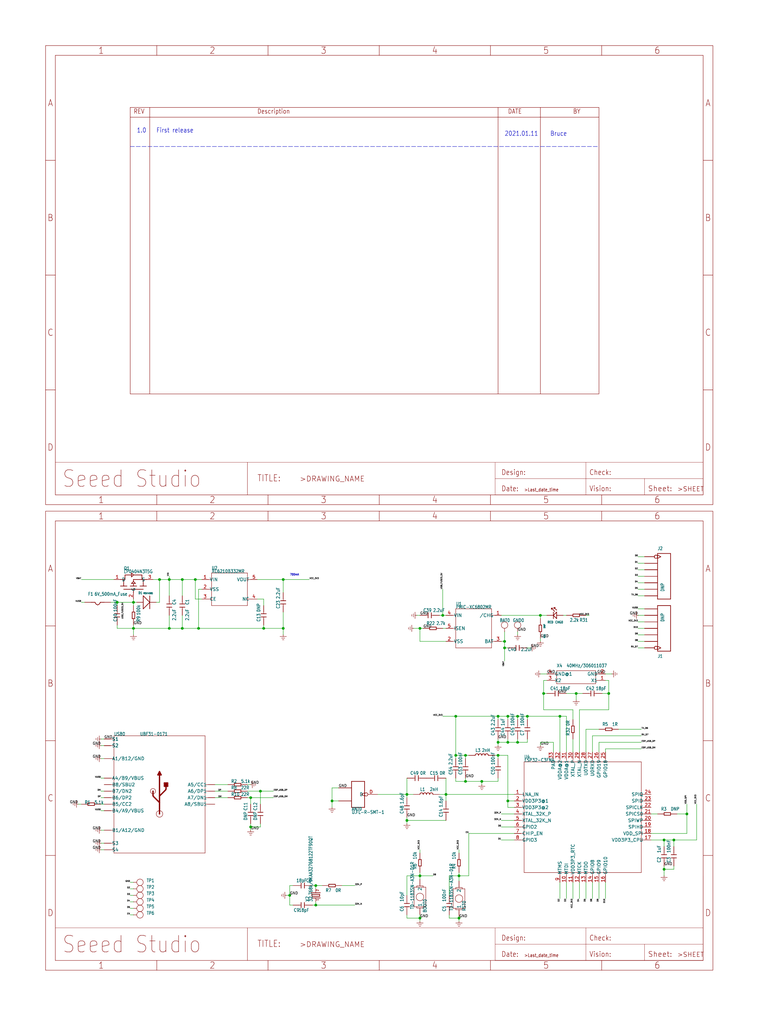
<source format=kicad_sch>
(kicad_sch (version 20211123) (generator eeschema)
  (paper "User" 298.45 399.491)
  (junction (at 163.83 245.11))
  (junction (at 196.85 250.19))
  (junction (at 158.75 309.88))
  (junction (at 102.87 245.11))
  (junction (at 177.8 294.64))
  (junction (at 129.54 312.42))
  (junction (at 163.83 358.14))
  (junction (at 205.74 279.4))
  (junction (at 52.07 245.11))
  (junction (at 101.6 308.61))
  (junction (at 123.19 345.44))
  (junction (at 196.85 252.73))
  (junction (at 177.8 279.4))
  (junction (at 187.96 304.8))
  (junction (at 110.49 226.06))
  (junction (at 97.79 311.15))
  (junction (at 158.75 320.04))
  (junction (at 210.82 240.03))
  (junction (at 181.61 294.64))
  (junction (at 66.04 245.11))
  (junction (at 198.12 289.56))
  (junction (at 97.79 322.58))
  (junction (at 172.72 240.03))
  (junction (at 198.12 279.4))
  (junction (at 194.31 294.64))
  (junction (at 179.07 358.14))
  (junction (at 259.08 327.66))
  (junction (at 224.79 270.51))
  (junction (at 71.12 226.06))
  (junction (at 71.12 245.11))
  (junction (at 179.07 341.63))
  (junction (at 181.61 304.8))
  (junction (at 77.47 245.11))
  (junction (at 267.97 317.5))
  (junction (at 113.03 349.25))
  (junction (at 62.23 226.06))
  (junction (at 52.07 234.95))
  (junction (at 212.09 270.51))
  (junction (at 123.19 353.06))
  (junction (at 76.2 226.06))
  (junction (at 194.31 279.4))
  (junction (at 173.99 309.88))
  (junction (at 66.04 226.06))
  (junction (at 259.08 339.09))
  (junction (at 163.83 341.63))
  (junction (at 201.93 279.4))
  (junction (at 45.72 234.95))
  (junction (at 194.31 289.56))
  (junction (at 237.49 270.51))
  (junction (at 218.44 279.4))
  (junction (at 262.89 327.66))
  (junction (at 198.12 312.42))
  (junction (at 201.93 289.56))
  (junction (at 110.49 245.11))
  (wire (pts (xy 102.87 243.84) (xy 102.87 245.11)))
  (wire (pts (xy 187.96 306.07) (xy 187.96 304.8)))
  (wire (pts (xy 158.75 356.87) (xy 158.75 358.14)))
  (wire (pts (xy 200.66 312.42) (xy 198.12 312.42)))
  (wire (pts (xy 182.88 325.12) (xy 182.88 341.63)))
  (wire (pts (xy 78.74 233.68) (xy 76.2 233.68)))
  (wire (pts (xy 39.37 331.47) (xy 40.64 331.47)))
  (wire (pts (xy 259.08 339.09) (xy 262.89 339.09)))
  (wire (pts (xy 198.12 280.67) (xy 198.12 279.4)))
  (wire (pts (xy 228.6 240.03) (xy 229.87 240.03)))
  (wire (pts (xy 259.08 339.09) (xy 259.08 341.63)))
  (wire (pts (xy 200.66 317.5) (xy 195.58 317.5)))
  (wire (pts (xy 66.04 226.06) (xy 71.12 226.06)))
  (wire (pts (xy 113.03 349.25) (xy 113.03 345.44)))
  (wire (pts (xy 248.92 245.11) (xy 251.46 245.11)))
  (wire (pts (xy 110.49 245.11) (xy 110.49 238.76)))
  (wire (pts (xy 259.08 330.2) (xy 259.08 327.66)))
  (wire (pts (xy 248.92 237.49) (xy 251.46 237.49)))
  (wire (pts (xy 200.66 320.04) (xy 195.58 320.04)))
  (wire (pts (xy 194.31 290.83) (xy 194.31 289.56)))
  (wire (pts (xy 237.49 270.51) (xy 237.49 265.43)))
  (wire (pts (xy 114.3 353.06) (xy 113.03 353.06)))
  (wire (pts (xy 259.08 327.66) (xy 262.89 327.66)))
  (wire (pts (xy 97.79 313.69) (xy 97.79 311.15)))
  (wire (pts (xy 182.88 341.63) (xy 179.07 341.63)))
  (wire (pts (xy 121.92 345.44) (xy 123.19 345.44)))
  (wire (pts (xy 173.99 309.88) (xy 171.45 309.88)))
  (wire (pts (xy 201.93 289.56) (xy 205.74 289.56)))
  (wire (pts (xy 220.98 279.4) (xy 218.44 279.4)))
  (wire (pts (xy 226.06 276.86) (xy 237.49 276.86)))
  (wire (pts (xy 175.26 349.25) (xy 175.26 341.63)))
  (wire (pts (xy 175.26 341.63) (xy 179.07 341.63)))
  (wire (pts (xy 201.93 279.4) (xy 198.12 279.4)))
  (wire (pts (xy 262.89 330.2) (xy 262.89 327.66)))
  (wire (pts (xy 198.12 312.42) (xy 198.12 314.96)))
  (wire (pts (xy 210.82 289.56) (xy 215.9 289.56)))
  (wire (pts (xy 223.52 288.29) (xy 223.52 293.37)))
  (wire (pts (xy 158.75 358.14) (xy 163.83 358.14)))
  (wire (pts (xy 179.07 358.14) (xy 179.07 359.41)))
  (wire (pts (xy 173.99 240.03) (xy 172.72 240.03)))
  (wire (pts (xy 40.64 316.23) (xy 39.37 316.23)))
  (wire (pts (xy 177.8 304.8) (xy 181.61 304.8)))
  (wire (pts (xy 205.74 280.67) (xy 205.74 279.4)))
  (wire (pts (xy 233.68 289.56) (xy 250.19 289.56)))
  (wire (pts (xy 254 325.12) (xy 267.97 325.12)))
  (wire (pts (xy 66.04 232.41) (xy 66.04 226.06)))
  (wire (pts (xy 78.74 226.06) (xy 76.2 226.06)))
  (wire (pts (xy 236.22 344.17) (xy 236.22 350.52)))
  (wire (pts (xy 177.8 294.64) (xy 177.8 279.4)))
  (wire (pts (xy 271.78 327.66) (xy 271.78 313.69)))
  (polyline (pts (xy 50.8 57.15) (xy 233.68 57.15)))
  (wire (pts (xy 200.66 322.58) (xy 195.58 322.58)))
  (wire (pts (xy 267.97 317.5) (xy 267.97 313.69)))
  (wire (pts (xy 88.9 306.07) (xy 83.82 306.07)))
  (wire (pts (xy 66.04 245.11) (xy 66.04 240.03)))
  (wire (pts (xy 96.52 311.15) (xy 97.79 311.15)))
  (wire (pts (xy 236.22 292.1) (xy 250.19 292.1)))
  (wire (pts (xy 262.89 327.66) (xy 271.78 327.66)))
  (wire (pts (xy 201.93 246.38) (xy 201.93 247.65)))
  (wire (pts (xy 40.64 313.69) (xy 39.37 313.69)))
  (wire (pts (xy 228.6 284.48) (xy 233.68 284.48)))
  (wire (pts (xy 194.31 304.8) (xy 194.31 303.53)))
  (wire (pts (xy 52.07 243.84) (xy 52.07 245.11)))
  (wire (pts (xy 228.6 293.37) (xy 228.6 284.48)))
  (wire (pts (xy 248.92 224.79) (xy 251.46 224.79)))
  (wire (pts (xy 248.92 229.87) (xy 251.46 229.87)))
  (wire (pts (xy 248.92 227.33) (xy 251.46 227.33)))
  (wire (pts (xy 254 317.5) (xy 256.54 317.5)))
  (wire (pts (xy 196.85 250.19) (xy 196.85 246.38)))
  (wire (pts (xy 236.22 293.37) (xy 236.22 292.1)))
  (wire (pts (xy 52.07 245.11) (xy 45.72 245.11)))
  (wire (pts (xy 195.58 240.03) (xy 210.82 240.03)))
  (wire (pts (xy 181.61 294.64) (xy 177.8 294.64)))
  (wire (pts (xy 52.07 354.33) (xy 50.8 354.33)))
  (wire (pts (xy 123.19 353.06) (xy 138.43 353.06)))
  (wire (pts (xy 59.69 226.06) (xy 62.23 226.06)))
  (wire (pts (xy 53.34 234.95) (xy 52.07 234.95)))
  (wire (pts (xy 194.31 280.67) (xy 194.31 279.4)))
  (wire (pts (xy 83.82 308.61) (xy 88.9 308.61)))
  (wire (pts (xy 39.37 295.91) (xy 40.64 295.91)))
  (wire (pts (xy 248.92 222.25) (xy 251.46 222.25)))
  (wire (pts (xy 254 327.66) (xy 259.08 327.66)))
  (wire (pts (xy 97.79 323.85) (xy 97.79 322.58)))
  (wire (pts (xy 177.8 295.91) (xy 177.8 294.64)))
  (wire (pts (xy 248.92 252.73) (xy 251.46 252.73)))
  (wire (pts (xy 179.07 357.378) (xy 179.07 358.14)))
  (wire (pts (xy 76.2 233.68) (xy 76.2 226.06)))
  (wire (pts (xy 215.9 293.37) (xy 215.9 289.56)))
  (wire (pts (xy 201.93 288.29) (xy 201.93 289.56)))
  (wire (pts (xy 194.31 289.56) (xy 198.12 289.56)))
  (wire (pts (xy 194.31 288.29) (xy 194.31 289.56)))
  (wire (pts (xy 110.49 226.06) (xy 120.65 226.06)))
  (wire (pts (xy 39.37 323.85) (xy 40.64 323.85)))
  (wire (pts (xy 158.75 320.04) (xy 173.99 320.04)))
  (wire (pts (xy 172.72 245.11) (xy 173.99 245.11)))
  (wire (pts (xy 163.83 358.14) (xy 163.83 359.41)))
  (wire (pts (xy 123.19 345.44) (xy 125.73 345.44)))
  (wire (pts (xy 213.36 240.03) (xy 210.82 240.03)))
  (wire (pts (xy 102.87 233.68) (xy 102.87 236.22)))
  (wire (pts (xy 163.83 250.19) (xy 163.83 245.11)))
  (wire (pts (xy 236.22 262.89) (xy 238.76 262.89)))
  (wire (pts (xy 231.14 344.17) (xy 231.14 350.52)))
  (wire (pts (xy 71.12 245.11) (xy 66.04 245.11)))
  (wire (pts (xy 110.49 247.65) (xy 110.49 245.11)))
  (wire (pts (xy 45.72 245.11) (xy 45.72 243.84)))
  (wire (pts (xy 52.07 234.95) (xy 45.72 234.95)))
  (wire (pts (xy 97.79 322.58) (xy 97.79 321.31)))
  (wire (pts (xy 218.44 293.37) (xy 218.44 279.4)))
  (wire (pts (xy 110.49 231.14) (xy 110.49 226.06)))
  (wire (pts (xy 218.44 279.4) (xy 205.74 279.4)))
  (wire (pts (xy 78.74 229.87) (xy 77.47 229.87)))
  (wire (pts (xy 158.75 303.53) (xy 158.75 309.88)))
  (wire (pts (xy 210.82 240.03) (xy 210.82 241.3)))
  (wire (pts (xy 52.07 234.95) (xy 52.07 236.22)))
  (wire (pts (xy 71.12 226.06) (xy 76.2 226.06)))
  (wire (pts (xy 210.82 290.83) (xy 210.82 289.56)))
  (wire (pts (xy 138.43 345.44) (xy 133.35 345.44)))
  (wire (pts (xy 205.74 279.4) (xy 201.93 279.4)))
  (wire (pts (xy 241.3 284.48) (xy 250.19 284.48)))
  (wire (pts (xy 201.93 280.67) (xy 201.93 279.4)))
  (wire (pts (xy 158.75 311.15) (xy 158.75 309.88)))
  (wire (pts (xy 198.12 314.96) (xy 200.66 314.96)))
  (wire (pts (xy 173.99 250.19) (xy 163.83 250.19)))
  (wire (pts (xy 205.74 289.56) (xy 205.74 288.29)))
  (wire (pts (xy 224.79 270.51) (xy 224.79 273.05)))
  (wire (pts (xy 123.19 351.79) (xy 123.19 353.06)))
  (wire (pts (xy 198.12 289.56) (xy 198.12 288.29)))
  (wire (pts (xy 60.96 234.95) (xy 62.23 234.95)))
  (wire (pts (xy 179.07 343.662) (xy 179.07 341.63)))
  (wire (pts (xy 181.61 295.91) (xy 181.61 294.64)))
  (wire (pts (xy 113.03 345.44) (xy 114.3 345.44)))
  (wire (pts (xy 44.45 226.06) (xy 31.75 226.06)))
  (wire (pts (xy 45.72 234.95) (xy 43.18 234.95)))
  (wire (pts (xy 52.07 233.68) (xy 52.07 234.95)))
  (wire (pts (xy 248.92 219.71) (xy 251.46 219.71)))
  (wire (pts (xy 52.07 344.17) (xy 50.8 344.17)))
  (wire (pts (xy 40.64 303.53) (xy 39.37 303.53)))
  (wire (pts (xy 52.07 245.11) (xy 52.07 247.65)))
  (wire (pts (xy 52.07 351.79) (xy 50.8 351.79)))
  (wire (pts (xy 198.12 294.64) (xy 194.31 294.64)))
  (wire (pts (xy 196.85 252.73) (xy 196.85 250.19)))
  (wire (pts (xy 113.03 349.25) (xy 111.76 349.25)))
  (wire (pts (xy 158.75 320.04) (xy 158.75 321.31)))
  (wire (pts (xy 231.14 293.37) (xy 231.14 287.02)))
  (wire (pts (xy 97.79 311.15) (xy 106.68 311.15)))
  (wire (pts (xy 97.79 322.58) (xy 101.6 322.58)))
  (wire (pts (xy 40.64 308.61) (xy 39.37 308.61)))
  (wire (pts (xy 177.8 303.53) (xy 177.8 304.8)))
  (wire (pts (xy 198.12 279.4) (xy 194.31 279.4)))
  (wire (pts (xy 158.75 309.88) (xy 161.29 309.88)))
  (wire (pts (xy 198.12 312.42) (xy 198.12 294.64)))
  (wire (pts (xy 267.97 325.12) (xy 267.97 317.5)))
  (wire (pts (xy 132.08 312.42) (xy 129.54 312.42)))
  (wire (pts (xy 248.92 247.65) (xy 251.46 247.65)))
  (wire (pts (xy 175.26 356.87) (xy 175.26 358.14)))
  (wire (pts (xy 213.36 270.51) (xy 212.09 270.51)))
  (wire (pts (xy 248.92 250.19) (xy 251.46 250.19)))
  (wire (pts (xy 123.19 346.71) (xy 123.19 345.44)))
  (wire (pts (xy 52.07 245.11) (xy 66.04 245.11)))
  (wire (pts (xy 163.83 341.63) (xy 163.83 340.36)))
  (wire (pts (xy 33.02 234.95) (xy 31.75 234.95)))
  (wire (pts (xy 110.49 245.11) (xy 102.87 245.11)))
  (wire (pts (xy 163.83 341.63) (xy 158.75 341.63)))
  (wire (pts (xy 207.01 252.73) (xy 205.74 252.73)))
  (wire (pts (xy 237.49 265.43) (xy 236.22 265.43)))
  (wire (pts (xy 179.07 332.74) (xy 179.07 331.47)))
  (wire (pts (xy 100.33 226.06) (xy 110.49 226.06)))
  (wire (pts (xy 158.75 318.77) (xy 158.75 320.04)))
  (wire (pts (xy 177.8 279.4) (xy 172.72 279.4)))
  (wire (pts (xy 52.07 346.71) (xy 50.8 346.71)))
  (wire (pts (xy 194.31 294.64) (xy 193.04 294.64)))
  (wire (pts (xy 30.48 313.69) (xy 31.75 313.69)))
  (wire (pts (xy 158.75 341.63) (xy 158.75 349.25)))
  (wire (pts (xy 220.98 344.17) (xy 220.98 350.52)))
  (wire (pts (xy 121.92 353.06) (xy 123.19 353.06)))
  (wire (pts (xy 248.92 240.03) (xy 251.46 240.03)))
  (wire (pts (xy 220.98 293.37) (xy 220.98 279.4)))
  (wire (pts (xy 233.68 293.37) (xy 233.68 289.56)))
  (wire (pts (xy 200.66 309.88) (xy 173.99 309.88)))
  (wire (pts (xy 97.79 306.07) (xy 96.52 306.07)))
  (wire (pts (xy 213.36 265.43) (xy 212.09 265.43)))
  (wire (pts (xy 226.06 350.52) (xy 226.06 344.17)))
  (wire (pts (xy 163.83 332.74) (xy 163.83 331.47)))
  (wire (pts (xy 226.06 293.37) (xy 226.06 276.86)))
  (wire (pts (xy 223.52 280.67) (xy 223.52 276.86)))
  (wire (pts (xy 228.6 344.17) (xy 228.6 350.52)))
  (wire (pts (xy 71.12 240.03) (xy 71.12 245.11)))
  (wire (pts (xy 147.32 309.88) (xy 158.75 309.88)))
  (wire (pts (xy 163.83 356.743) (xy 163.83 358.14)))
  (wire (pts (xy 187.96 304.8) (xy 194.31 304.8)))
  (wire (pts (xy 96.52 308.61) (xy 101.6 308.61)))
  (wire (pts (xy 163.83 343.027) (xy 163.83 341.63)))
  (wire (pts (xy 101.6 308.61) (xy 106.68 308.61)))
  (wire (pts (xy 171.45 240.03) (xy 172.72 240.03)))
  (wire (pts (xy 198.12 252.73) (xy 196.85 252.73)))
  (wire (pts (xy 259.08 337.82) (xy 259.08 339.09)))
  (wire (pts (xy 195.58 250.19) (xy 196.85 250.19)))
  (wire (pts (xy 165.1 245.11) (xy 163.83 245.11)))
  (wire (pts (xy 224.79 270.51) (xy 227.33 270.51)))
  (wire (pts (xy 210.82 248.92) (xy 210.82 250.19)))
  (wire (pts (xy 113.03 353.06) (xy 113.03 349.25)))
  (wire (pts (xy 200.66 327.66) (xy 195.58 327.66)))
  (wire (pts (xy 182.88 294.64) (xy 181.61 294.64)))
  (wire (pts (xy 237.49 276.86) (xy 237.49 270.51)))
  (wire (pts (xy 212.09 276.86) (xy 223.52 276.86)))
  (wire (pts (xy 233.68 344.17) (xy 233.68 350.52)))
  (wire (pts (xy 218.44 344.17) (xy 218.44 350.52)))
  (wire (pts (xy 173.99 312.42) (xy 173.99 309.88)))
  (wire (pts (xy 101.6 322.58) (xy 101.6 321.31)))
  (wire (pts (xy 212.09 270.51) (xy 212.09 276.86)))
  (wire (pts (xy 248.92 232.41) (xy 251.46 232.41)))
  (wire (pts (xy 181.61 304.8) (xy 187.96 304.8)))
  (wire (pts (xy 194.31 279.4) (xy 177.8 279.4)))
  (wire (pts (xy 264.16 317.5) (xy 267.97 317.5)))
  (wire (pts (xy 40.64 311.15) (xy 39.37 311.15)))
  (wire (pts (xy 129.54 312.42) (xy 129.54 314.96)))
  (wire (pts (xy 223.52 344.17) (xy 223.52 350.52)))
  (wire (pts (xy 248.92 242.57) (xy 251.46 242.57)))
  (wire (pts (xy 83.82 311.15) (xy 88.9 311.15)))
  (wire (pts (xy 213.36 262.89) (xy 210.82 262.89)))
  (wire (pts (xy 173.99 303.53) (xy 173.99 309.88)))
  (wire (pts (xy 163.83 245.11) (xy 161.29 245.11)))
  (wire (pts (xy 175.26 358.14) (xy 179.07 358.14)))
  (wire (pts (xy 248.92 217.17) (xy 251.46 217.17)))
  (wire (pts (xy 102.87 245.11) (xy 77.47 245.11)))
  (wire (pts (xy 172.72 229.87) (xy 172.72 240.03)))
  (wire (pts (xy 219.71 240.03) (xy 220.98 240.03)))
  (wire (pts (xy 262.89 339.09) (xy 262.89 337.82)))
  (wire (pts (xy 200.66 325.12) (xy 182.88 325.12)))
  (wire (pts (xy 62.23 234.95) (xy 62.23 226.06)))
  (wire (pts (xy 71.12 245.11) (xy 77.47 245.11)))
  (wire (pts (xy 100.33 233.68) (xy 102.87 233.68)))
  (wire (pts (xy 201.93 289.56) (xy 198.12 289.56)))
  (wire (pts (xy 163.83 341.63) (xy 168.91 341.63)))
  (wire (pts (xy 181.61 303.53) (xy 181.61 304.8)))
  (wire (pts (xy 231.14 287.02) (xy 250.19 287.02)))
  (wire (pts (xy 234.95 270.51) (xy 237.49 270.51)))
  (wire (pts (xy 52.07 356.87) (xy 50.8 356.87)))
  (wire (pts (xy 196.85 252.73) (xy 196.85 257.81)))
  (wire (pts (xy 39.37 328.93) (xy 40.64 328.93)))
  (wire (pts (xy 77.47 229.87) (xy 77.47 245.11)))
  (wire (pts (xy 129.54 307.34) (xy 129.54 312.42)))
  (wire (pts (xy 194.31 295.91) (xy 194.31 294.64)))
  (wire (pts (xy 212.09 265.43) (xy 212.09 270.51)))
  (wire (pts (xy 39.37 290.83) (xy 40.64 290.83)))
  (wire (pts (xy 52.07 349.25) (xy 50.8 349.25)))
  (wire (pts (xy 40.64 288.29) (xy 39.37 288.29)))
  (wire (pts (xy 45.72 236.22) (xy 45.72 234.95)))
  (wire (pts (xy 220.98 270.51) (xy 224.79 270.51)))
  (wire (pts (xy 163.83 240.03) (xy 162.56 240.03)))
  (wire (pts (xy 62.23 226.06) (xy 66.04 226.06)))
  (wire (pts (xy 132.08 307.34) (xy 129.54 307.34)))
  (wire (pts (xy 179.07 341.63) (xy 179.07 340.36)))
  (wire (pts (xy 66.04 226.06) (xy 66.04 224.79)))
  (wire (pts (xy 71.12 232.41) (xy 71.12 226.06)))
  (wire (pts (xy 101.6 313.69) (xy 101.6 308.61)))
  (text "2021.01.11" (at 196.85 53.34 180) (effects (font (size 1.778 1.5113)) (justify left bottom)))
  (text "700mA" (at 113.03 224.79 180) (effects (font (size 0.8128 0.6908)) (justify left bottom)))
  (text "Bruce" (at 214.63 53.34 180) (effects (font (size 1.778 1.5113)) (justify left bottom)))
  (text "First release" (at 60.96 52.07 180) (effects (font (size 1.778 1.5113)) (justify left bottom)))
  (text "1.0" (at 53.34 52.07 180) (effects (font (size 1.778 1.5113)) (justify left bottom)))
  (label "VCC_3V3" (at 120.65 226.06 0) (effects (font (size 0.569 0.569))))
  (label "GND" (at 194.31 288.29 0) (effects (font (size 1.016 1.016))))
  (label "GND" (at 158.75 318.77 0) (effects (font (size 1.016 1.016))))
  (label "GND" (at 113.03 349.25 0) (effects (font (size 1.016 1.016))))
  (label "USB_FUSED_5V" (at 48.26 234.95 270) (effects (font (size 0.569 0.569))))
  (label "GND" (at 52.07 243.84 0) (effects (font (size 1.016 1.016))))
  (label "GND" (at 165.1 245.11 0) (effects (font (size 1.016 1.016))))
  (label "D3" (at 220.98 350.52 270) (effects (font (size 0.569 0.569))))
  (label "D2" (at 50.8 346.71 180) (effects (font (size 0.569 0.569))))
  (label "D10" (at 248.92 245.11 180) (effects (font (size 0.569 0.569))))
  (label "D0" (at 195.58 322.58 180) (effects (font (size 0.569 0.569))))
  (label "D5" (at 50.8 354.33 180) (effects (font (size 0.569 0.569))))
  (label "TX_D6" (at 248.92 232.41 180) (effects (font (size 0.569 0.569))))
  (label "GND" (at 201.93 246.38 0) (effects (font (size 1.016 1.016))))
  (label "VIN" (at 66.04 224.79 90) (effects (font (size 0.569 0.569))))
  (label "VCC_3V3" (at 179.07 331.47 90) (effects (font (size 0.569 0.569))))
  (label "RX_D7" (at 248.92 252.73 180) (effects (font (size 0.569 0.569))))
  (label "D0" (at 248.92 217.17 180) (effects (font (size 0.569 0.569))))
  (label "GND" (at 248.92 240.03 180) (effects (font (size 1.016 1.016))))
  (label "GND" (at 236.22 262.89 180) (effects (font (size 1.016 1.016))))
  (label "D5" (at 228.6 350.52 270) (effects (font (size 0.569 0.569))))
  (label "D9" (at 248.92 247.65 180) (effects (font (size 0.569 0.569))))
  (label "VCC_3V3" (at 163.83 331.47 90) (effects (font (size 0.569 0.569))))
  (label "DM" (at 85.09 311.15 0) (effects (font (size 0.569 0.569))))
  (label "GND" (at 39.37 295.91 180) (effects (font (size 1.016 1.016))))
  (label "RX_D7" (at 250.19 287.02 0) (effects (font (size 0.569 0.569))))
  (label "ESP_USB_DP" (at 250.19 289.56 0) (effects (font (size 0.569 0.569))))
  (label "D4" (at 50.8 351.79 180) (effects (font (size 0.569 0.569))))
  (label "D3" (at 50.8 349.25 180) (effects (font (size 0.569 0.569))))
  (label "GND" (at 39.37 331.47 180) (effects (font (size 1.016 1.016))))
  (label "GND" (at 259.08 337.82 0) (effects (font (size 1.016 1.016))))
  (label "VCC_3V3" (at 229.87 240.03 180) (effects (font (size 0.569 0.569))))
  (label "EN" (at 50.8 356.87 180) (effects (font (size 0.569 0.569))))
  (label "GND" (at 220.98 270.51 180) (effects (font (size 1.016 1.016))))
  (label "GND" (at 213.36 262.89 0) (effects (font (size 1.016 1.016))))
  (label "D9" (at 233.68 350.52 270) (effects (font (size 0.569 0.569))))
  (label "EN" (at 182.88 325.12 180) (effects (font (size 0.569 0.569))))
  (label "TX_D6" (at 250.19 284.48 0) (effects (font (size 0.569 0.569))))
  (label "D2" (at 218.44 350.52 270) (effects (font (size 0.569 0.569))))
  (label "32K_P" (at 195.58 317.5 180) (effects (font (size 0.569 0.569))))
  (label "GND" (at 210.82 248.92 0) (effects (font (size 1.016 1.016))))
  (label "VBAT" (at 196.85 257.81 270) (effects (font (size 0.569 0.569))))
  (label "VDD_SPI" (at 267.97 313.69 90) (effects (font (size 0.569 0.569))))
  (label "VUSB" (at 248.92 237.49 180) (effects (font (size 0.569 0.569))))
  (label "VBAT" (at 31.75 226.06 180) (effects (font (size 0.569 0.569))))
  (label "VCC_3V3" (at 271.78 313.69 90) (effects (font (size 0.569 0.569))))
  (label "GND" (at 39.37 290.83 180) (effects (font (size 1.016 1.016))))
  (label "GND" (at 179.07 358.14 0) (effects (font (size 1.016 1.016))))
  (label "GND" (at 97.79 323.85 0) (effects (font (size 1.016 1.016))))
  (label "VUSB" (at 31.75 234.95 180) (effects (font (size 0.569 0.569))))
  (label "GND" (at 30.48 313.69 180) (effects (font (size 1.016 1.016))))
  (label "GND" (at 210.82 290.83 0) (effects (font (size 1.016 1.016))))
  (label "VUSB" (at 39.37 316.23 180) (effects (font (size 0.569 0.569))))
  (label "DP" (at 85.09 308.61 0) (effects (font (size 0.569 0.569))))
  (label "GND" (at 181.61 303.53 0) (effects (font (size 1.016 1.016))))
  (label "GND" (at 163.83 358.14 0) (effects (font (size 1.016 1.016))))
  (label "D9" (at 168.91 341.63 0) (effects (font (size 0.569 0.569))))
  (label "GND" (at 40.64 288.29 0) (effects (font (size 1.016 1.016))))
  (label "D1" (at 248.92 219.71 180) (effects (font (size 0.569 0.569))))
  (label "DP" (at 39.37 311.15 180) (effects (font (size 0.569 0.569))))
  (label "GND" (at 39.37 328.93 180) (effects (font (size 1.016 1.016))))
  (label "D8" (at 231.14 350.52 270) (effects (font (size 0.569 0.569))))
  (label "32K_N" (at 195.58 320.04 180) (effects (font (size 0.569 0.569))))
  (label "GND" (at 207.01 252.73 0) (effects (font (size 1.016 1.016))))
  (label "VUSB" (at 39.37 303.53 180) (effects (font (size 0.569 0.569))))
  (label "D4" (at 226.06 350.52 270) (effects (font (size 0.569 0.569))))
  (label "VCC_3V3" (at 172.72 279.4 180) (effects (font (size 0.569 0.569))))
  (label "VCC_3V3" (at 248.92 242.57 180) (effects (font (size 0.569 0.569))))
  (label "ESP_USB_DP" (at 106.68 308.61 0) (effects (font (size 0.569 0.569))))
  (label "GND" (at 163.83 240.03 0) (effects (font (size 1.016 1.016))))
  (label "D4" (at 248.92 227.33 180) (effects (font (size 0.569 0.569))))
  (label "D3" (at 248.92 224.79 180) (effects (font (size 0.569 0.569))))
  (label "DM" (at 39.37 308.61 180) (effects (font (size 0.569 0.569))))
  (label "GND" (at 39.37 323.85 180) (effects (font (size 1.016 1.016))))
  (label "GND" (at 132.08 307.34 0) (effects (font (size 1.016 1.016))))
  (label "D1" (at 195.58 327.66 180) (effects (font (size 0.569 0.569))))
  (label "VCC_3V3" (at 223.52 350.52 270) (effects (font (size 0.569 0.569))))
  (label "ESP_USB_DM" (at 250.19 292.1 0) (effects (font (size 0.569 0.569))))
  (label "32K_N" (at 138.43 353.06 0) (effects (font (size 0.569 0.569))))
  (label "ESP_USB_DM" (at 106.68 311.15 0) (effects (font (size 0.569 0.569))))
  (label "D2" (at 248.92 222.25 180) (effects (font (size 0.569 0.569))))
  (label "GND" (at 97.79 306.07 0) (effects (font (size 1.016 1.016))))
  (label "USB_FUSED_5V" (at 172.72 229.87 90) (effects (font (size 0.569 0.569))))
  (label "D10" (at 236.22 350.52 270) (effects (font (size 0.569 0.569))))
  (label "D5" (at 248.92 229.87 180) (effects (font (size 0.569 0.569))))
  (label "32K_P" (at 138.43 345.44 0) (effects (font (size 0.569 0.569))))
  (label "D8" (at 248.92 250.19 180) (effects (font (size 0.569 0.569))))
  (label "GND" (at 50.8 344.17 180) (effects (font (size 0.569 0.569))))
  (symbol (lib_id "xiao_esp32c3_schematic-eagle-import:CAP-0201") (at 205.74 284.48 90) (unit 1)
    (property "Reference" "C7" (at 204.47 287.02 0) (effects (font (size 1.27 1.0795)) (justify left bottom)))
    (property "Value" "100nF" (at 204.47 283.21 0) (effects (font (size 1.27 1.0795)) (justify left bottom)))
    (property "Footprint" "xiao_esp32c3_schematic:C0201" (effects hide))
  )
  (symbol (lib_id "xiao_esp32c3_schematic-eagle-import:TEST-POINT'4545'") (at 54.61 351.79 0) (unit 1)
    (property "Reference" "TP4" (at 57.15 351.79 0) (effects (font (size 1.27 1.0795)) (justify left bottom)))
    (property "Value" "DNP" (effects hide))
    (property "Footprint" "xiao_esp32c3_schematic:TP-D45MIL" (effects hide))
  )
  (symbol (lib_id "xiao_esp32c3_schematic-eagle-import:INDUCTOR-0201") (at 187.96 294.64 0) (unit 1)
    (property "Reference" "L3" (at 185.42 293.37 0) (effects (font (size 1.27 1.0795)) (justify left bottom)))
    (property "Value" "2nH" (at 187.96 293.37 0) (effects (font (size 1.27 1.0795)) (justify left bottom)))
    (property "Footprint" "xiao_esp32c3_schematic:L0201" (effects hide))
  )
  (symbol (lib_id "xiao_esp32c3_schematic-eagle-import:MCU-ESP32-C3") (at 227.33 318.77 0) (unit 1)
    (property "Reference" "U4" (at 204.47 295.91 0) (effects (font (size 1.27 1.0795)) (justify left bottom)))
    (property "Value" "ESP32-C3FN4" (at 204.47 297.18 0) (effects (font (size 1.27 1.0795)) (justify left bottom)))
    (property "Footprint" "xiao_esp32c3_schematic:QFN32G-0.5-5X5MM" (effects hide))
  )
  (symbol (lib_id "xiao_esp32c3_schematic-eagle-import:INDUCTOR-0201") (at 166.37 309.88 0) (unit 1)
    (property "Reference" "L1" (at 163.83 308.61 0) (effects (font (size 1.27 1.0795)) (justify left bottom)))
    (property "Value" "2nH" (at 167.64 308.61 0) (effects (font (size 1.27 1.0795)) (justify left bottom)))
    (property "Footprint" "xiao_esp32c3_schematic:L0201" (effects hide))
  )
  (symbol (lib_id "xiao_esp32c3_schematic-eagle-import:GND_POWER") (at 110.49 247.65 0) (unit 1)
    (property "Reference" "#G31" (effects hide))
    (property "Value" "GND_POWER" (effects hide))
    (property "Footprint" "xiao_esp32c3_schematic:" (effects hide))
  )
  (symbol (lib_id "xiao_esp32c3_schematic-eagle-import:CAP-0201") (at 231.14 270.51 180) (unit 1)
    (property "Reference" "C42" (at 228.6 269.24 0) (effects (font (size 1.27 1.0795)) (justify right top)))
    (property "Value" "18pF" (at 232.41 269.24 0) (effects (font (size 1.27 1.0795)) (justify right top)))
    (property "Footprint" "xiao_esp32c3_schematic:C0201" (effects hide))
  )
  (symbol (lib_id "xiao_esp32c3_schematic-eagle-import:CAP-0201") (at 66.04 236.22 270) (unit 1)
    (property "Reference" "C4" (at 67.31 233.68 0) (effects (font (size 1.27 1.0795)) (justify left bottom)))
    (property "Value" "2.2uF" (at 67.31 237.49 0) (effects (font (size 1.27 1.0795)) (justify left bottom)))
    (property "Footprint" "xiao_esp32c3_schematic:C0201" (effects hide))
  )
  (symbol (lib_id "xiao_esp32c3_schematic-eagle-import:TEST-POINT'4545'") (at 54.61 356.87 0) (unit 1)
    (property "Reference" "TP6" (at 57.15 356.87 0) (effects (font (size 1.27 1.0795)) (justify left bottom)))
    (property "Value" "DNP" (effects hide))
    (property "Footprint" "xiao_esp32c3_schematic:TP-D45MIL" (effects hide))
  )
  (symbol (lib_id "xiao_esp32c3_schematic-eagle-import:CAP-0201") (at 175.26 353.06 90) (unit 1)
    (property "Reference" "C5" (at 173.99 355.6 0) (effects (font (size 1.27 1.0795)) (justify left bottom)))
    (property "Value" "100nF" (at 173.99 351.79 0) (effects (font (size 1.27 1.0795)) (justify left bottom)))
    (property "Footprint" "xiao_esp32c3_schematic:C0201" (effects hide))
  )
  (symbol (lib_id "xiao_esp32c3_schematic-eagle-import:GND_POWER") (at 158.75 321.31 0) (unit 1)
    (property "Reference" "#G55" (effects hide))
    (property "Value" "GND_POWER" (effects hide))
    (property "Footprint" "xiao_esp32c3_schematic:" (effects hide))
  )
  (symbol (lib_id "xiao_esp32c3_schematic-eagle-import:SEEEDSTUDIO-SCH-FRAME") (at 17.78 378.46 0) (unit 1)
    (property "Reference" "#FR3" (effects hide))
    (property "Value" "SEEEDSTUDIO-SCH-FRAME" (effects hide))
    (property "Footprint" "xiao_esp32c3_schematic:" (effects hide))
  )
  (symbol (lib_id "xiao_esp32c3_schematic-eagle-import:TEST-POINT'4080'") (at 201.93 243.84 270) (mirror x) (unit 1)
    (property "Reference" "GND0" (at 200.025 241.3 90) (effects (font (size 1.27 1.0795)) (justify left bottom)))
    (property "Value" "DNP" (effects hide))
    (property "Footprint" "xiao_esp32c3_schematic:TP-80X40MIL" (effects hide))
  )
  (symbol (lib_id "xiao_esp32c3_schematic-eagle-import:BUTTON_TD1183SA") (at 163.83 349.885 90) (unit 1)
    (property "Reference" "BOOT0" (at 165.1 350.647 0) (effects (font (size 1.27 1.0795)) (justify right top)))
    (property "Value" "TD-1183SN-A3N-D1R" (at 161.544 354.711 0) (effects (font (size 1.27 1.0795)) (justify left bottom)))
    (property "Footprint" "xiao_esp32c3_schematic:BUTTON_TD1183SA" (effects hide))
  )
  (symbol (lib_id "xiao_esp32c3_schematic-eagle-import:RES-0201") (at 35.56 313.69 0) (unit 1)
    (property "Reference" "R1" (at 33.02 313.69 0) (effects (font (size 1.27 1.0795)) (justify left bottom)))
    (property "Value" "5.1k" (at 36.83 313.69 0) (effects (font (size 1.27 1.0795)) (justify left bottom)))
    (property "Footprint" "xiao_esp32c3_schematic:R0201" (effects hide))
  )
  (symbol (lib_id "xiao_esp32c3_schematic-eagle-import:RES-0201") (at 168.91 245.11 180) (unit 1)
    (property "Reference" "R22" (at 166.37 243.84 0) (effects (font (size 1.27 1.0795)) (justify right top)))
    (property "Value" "2.7k" (at 170.18 243.84 0) (effects (font (size 1.27 1.0795)) (justify right top)))
    (property "Footprint" "xiao_esp32c3_schematic:R0201" (effects hide))
  )
  (symbol (lib_id "xiao_esp32c3_schematic-eagle-import:CAP-0201") (at 97.79 317.5 90) (unit 1)
    (property "Reference" "C11" (at 96.52 316.23 0) (effects (font (size 1.27 1.0795)) (justify left bottom)))
    (property "Value" "DNP" (at 96.52 320.04 0) (effects (font (size 1.27 1.0795)) (justify left bottom)))
    (property "Footprint" "xiao_esp32c3_schematic:C0201" (effects hide))
  )
  (symbol (lib_id "xiao_esp32c3_schematic-eagle-import:RES-0201") (at 260.35 317.5 0) (unit 1)
    (property "Reference" "R3" (at 257.81 316.23 0) (effects (font (size 1.27 1.0795)) (justify left bottom)))
    (property "Value" "DNP" (at 261.62 316.23 0) (effects (font (size 1.27 1.0795)) (justify left bottom)))
    (property "Footprint" "xiao_esp32c3_schematic:R0201" (effects hide))
  )
  (symbol (lib_id "xiao_esp32c3_schematic-eagle-import:GND_POWER") (at 163.83 359.41 0) (unit 1)
    (property "Reference" "#G5" (effects hide))
    (property "Value" "GND_POWER" (effects hide))
    (property "Footprint" "xiao_esp32c3_schematic:" (effects hide))
  )
  (symbol (lib_id "xiao_esp32c3_schematic-eagle-import:CAP-0201") (at 201.93 284.48 90) (unit 1)
    (property "Reference" "C45" (at 200.66 287.02 0) (effects (font (size 1.27 1.0795)) (justify left bottom)))
    (property "Value" "100nF" (at 200.66 283.21 0) (effects (font (size 1.27 1.0795)) (justify left bottom)))
    (property "Footprint" "xiao_esp32c3_schematic:C0201" (effects hide))
  )
  (symbol (lib_id "xiao_esp32c3_schematic-eagle-import:CAP-0201") (at 173.99 316.23 90) (unit 1)
    (property "Reference" "C14" (at 172.72 318.77 0) (effects (font (size 1.27 1.0795)) (justify left bottom)))
    (property "Value" "1.6pF" (at 172.72 314.96 0) (effects (font (size 1.27 1.0795)) (justify left bottom)))
    (property "Footprint" "xiao_esp32c3_schematic:C0201" (effects hide))
  )
  (symbol (lib_id "xiao_esp32c3_schematic-eagle-import:GND_POWER") (at 39.37 328.93 270) (unit 1)
    (property "Reference" "#G29" (effects hide))
    (property "Value" "GND_POWER" (effects hide))
    (property "Footprint" "xiao_esp32c3_schematic:" (effects hide))
  )
  (symbol (lib_id "xiao_esp32c3_schematic-eagle-import:RES-0201") (at 92.71 306.07 0) (unit 1)
    (property "Reference" "R2" (at 90.17 305.435 0) (effects (font (size 1.27 1.0795)) (justify left bottom)))
    (property "Value" "5.1k" (at 93.98 305.435 0) (effects (font (size 1.27 1.0795)) (justify left bottom)))
    (property "Footprint" "xiao_esp32c3_schematic:R0201" (effects hide))
  )
  (symbol (lib_id "xiao_esp32c3_schematic-eagle-import:CRYSTAL-2P-1610") (at 123.19 349.25 90) (unit 1)
    (property "Reference" "X2" (at 120.65 351.79 0) (effects (font (size 1.27 1.0795)) (justify left bottom)))
    (property "Value" "32.768k/9KAA32768122TF90QT" (at 121.92 351.79 0) (effects (font (size 1.27 1.0795)) (justify left bottom)))
    (property "Footprint" "xiao_esp32c3_schematic:X2-SMD-1.6X1.0X0.5MM" (effects hide))
  )
  (symbol (lib_id "xiao_esp32c3_schematic-eagle-import:USB2.0-TYPE-C") (at 62.23 309.88 0) (unit 1)
    (property "Reference" "USB0" (at 44.45 287.02 0) (effects (font (size 1.27 1.0795)) (justify left bottom)))
    (property "Value" "UBF31-0171" (at 54.61 287.02 0) (effects (font (size 1.27 1.0795)) (justify left bottom)))
    (property "Footprint" "xiao_esp32c3_schematic:USB2.0-TYPE-C" (effects hide))
  )
  (symbol (lib_id "xiao_esp32c3_schematic-eagle-import:CAP-0201") (at 102.87 240.03 90) (unit 1)
    (property "Reference" "C13" (at 101.6 242.57 0) (effects (font (size 1.27 1.0795)) (justify left bottom)))
    (property "Value" "DNP" (at 101.6 238.76 0) (effects (font (size 1.27 1.0795)) (justify left bottom)))
    (property "Footprint" "xiao_esp32c3_schematic:C0201" (effects hide))
  )
  (symbol (lib_id "xiao_esp32c3_schematic-eagle-import:FUSE0603") (at 38.1 234.95 0) (unit 1)
    (property "Reference" "F1" (at 34.29 232.41 0) (effects (font (size 1.27 1.0795)) (justify left bottom)))
    (property "Value" "6V_500mA_Fuse" (at 36.83 232.41 0) (effects (font (size 1.27 1.0795)) (justify left bottom)))
    (property "Footprint" "xiao_esp32c3_schematic:F0603" (effects hide))
  )
  (symbol (lib_id "xiao_esp32c3_schematic-eagle-import:TEST-POINT'4545'") (at 54.61 346.71 0) (unit 1)
    (property "Reference" "TP2" (at 57.15 346.71 0) (effects (font (size 1.27 1.0795)) (justify left bottom)))
    (property "Value" "DNP" (effects hide))
    (property "Footprint" "xiao_esp32c3_schematic:TP-D45MIL" (effects hide))
  )
  (symbol (lib_id "xiao_esp32c3_schematic-eagle-import:ANTENNA-U-FL-320110048") (at 139.7 309.88 180) (unit 1)
    (property "Reference" "ANT0" (at 137.16 316.23 0) (effects (font (size 1.27 1.0795)) (justify right top)))
    (property "Value" "U.FL-R-SMT-1" (at 137.16 317.5 0) (effects (font (size 1.27 1.0795)) (justify right top)))
    (property "Footprint" "xiao_esp32c3_schematic:U-FL3P-SMD-2.6X2.6X1.0MM" (effects hide))
  )
  (symbol (lib_id "xiao_esp32c3_schematic-eagle-import:RES-0201") (at 129.54 345.44 180) (unit 1)
    (property "Reference" "R7" (at 127 347.98 0) (effects (font (size 1.27 1.0795)) (justify right top)))
    (property "Value" "0R" (at 130.81 347.98 0) (effects (font (size 1.27 1.0795)) (justify right top)))
    (property "Footprint" "xiao_esp32c3_schematic:R0201" (effects hide))
  )
  (symbol (lib_id "xiao_esp32c3_schematic-eagle-import:CAP-0201") (at 118.11 353.06 180) (unit 1)
    (property "Reference" "C9" (at 116.84 354.33 0) (effects (font (size 1.27 1.0795)) (justify left bottom)))
    (property "Value" "18pF" (at 120.65 354.33 0) (effects (font (size 1.27 1.0795)) (justify left bottom)))
    (property "Footprint" "xiao_esp32c3_schematic:C0201" (effects hide))
  )
  (symbol (lib_id "xiao_esp32c3_schematic-eagle-import:CAP-0201") (at 158.75 314.96 90) (unit 1)
    (property "Reference" "C48" (at 157.48 317.5 0) (effects (font (size 1.27 1.0795)) (justify left bottom)))
    (property "Value" "1.6pF" (at 157.48 313.69 0) (effects (font (size 1.27 1.0795)) (justify left bottom)))
    (property "Footprint" "xiao_esp32c3_schematic:C0201" (effects hide))
  )
  (symbol (lib_id "xiao_esp32c3_schematic-eagle-import:GND_POWER") (at 39.37 288.29 270) (unit 1)
    (property "Reference" "#G18" (effects hide))
    (property "Value" "GND_POWER" (effects hide))
    (property "Footprint" "xiao_esp32c3_schematic:" (effects hide))
  )
  (symbol (lib_id "xiao_esp32c3_schematic-eagle-import:CAP-0201") (at 177.8 299.72 90) (unit 1)
    (property "Reference" "C54" (at 176.53 302.26 0) (effects (font (size 1.27 1.0795)) (justify left bottom)))
    (property "Value" "2.2uF" (at 176.53 298.45 0) (effects (font (size 1.27 1.0795)) (justify left bottom)))
    (property "Footprint" "xiao_esp32c3_schematic:C0201" (effects hide))
  )
  (symbol (lib_id "xiao_esp32c3_schematic-eagle-import:GND_POWER") (at 161.29 245.11 270) (unit 1)
    (property "Reference" "#G46" (effects hide))
    (property "Value" "GND_POWER" (effects hide))
    (property "Footprint" "xiao_esp32c3_schematic:" (effects hide))
  )
  (symbol (lib_id "xiao_esp32c3_schematic-eagle-import:TEST-POINT'4545'") (at 54.61 354.33 0) (unit 1)
    (property "Reference" "TP5" (at 57.15 354.33 0) (effects (font (size 1.27 1.0795)) (justify left bottom)))
    (property "Value" "DNP" (effects hide))
    (property "Footprint" "xiao_esp32c3_schematic:TP-D45MIL" (effects hide))
  )
  (symbol (lib_id "xiao_esp32c3_schematic-eagle-import:CAP-0201") (at 167.64 240.03 0) (unit 1)
    (property "Reference" "C39" (at 165.1 238.76 0) (effects (font (size 1.27 1.0795)) (justify left bottom)))
    (property "Value" "2.2uF" (at 168.91 238.76 0) (effects (font (size 1.27 1.0795)) (justify left bottom)))
    (property "Footprint" "xiao_esp32c3_schematic:C0201" (effects hide))
  )
  (symbol (lib_id "xiao_esp32c3_schematic-eagle-import:GND_POWER") (at 162.56 240.03 270) (unit 1)
    (property "Reference" "#G48" (effects hide))
    (property "Value" "GND_POWER" (effects hide))
    (property "Footprint" "xiao_esp32c3_schematic:" (effects hide))
  )
  (symbol (lib_id "xiao_esp32c3_schematic-eagle-import:RES-0201") (at 52.07 240.03 270) (mirror x) (unit 1)
    (property "Reference" "R9" (at 53.34 242.57 0) (effects (font (size 1.27 1.0795)) (justify left bottom)))
    (property "Value" "100k" (at 53.34 240.03 0) (effects (font (size 1.27 1.0795)) (justify left bottom)))
    (property "Footprint" "xiao_esp32c3_schematic:R0201" (effects hide))
  )
  (symbol (lib_id "xiao_esp32c3_schematic-eagle-import:SEEEDSTUDIO-SCH-FRAME") (at 17.78 196.85 0) (unit 1)
    (property "Reference" "#FR2" (effects hide))
    (property "Value" "SEEEDSTUDIO-SCH-FRAME" (effects hide))
    (property "Footprint" "xiao_esp32c3_schematic:" (effects hide))
  )
  (symbol (lib_id "xiao_esp32c3_schematic-eagle-import:RES-0201") (at 92.71 308.61 0) (unit 1)
    (property "Reference" "R8" (at 90.17 307.975 0) (effects (font (size 1.27 1.0795)) (justify left bottom)))
    (property "Value" "22R" (at 93.98 307.975 0) (effects (font (size 1.27 1.0795)) (justify left bottom)))
    (property "Footprint" "xiao_esp32c3_schematic:R0201" (effects hide))
  )
  (symbol (lib_id "xiao_esp32c3_schematic-eagle-import:SEEDSTUDIO-SCH-MODLIST") (at 50.8 41.91 0) (unit 1)
    (property "Reference" "#U$4" (effects hide))
    (property "Value" "SEEDSTUDIO-SCH-MODLIST" (effects hide))
    (property "Footprint" "xiao_esp32c3_schematic:" (effects hide))
  )
  (symbol (lib_id "xiao_esp32c3_schematic-eagle-import:RES-0201") (at 237.49 284.48 180) (unit 1)
    (property "Reference" "R5" (at 234.95 283.21 0) (effects (font (size 1.27 1.0795)) (justify right top)))
    (property "Value" "1R" (at 238.76 283.21 0) (effects (font (size 1.27 1.0795)) (justify right top)))
    (property "Footprint" "xiao_esp32c3_schematic:R0201" (effects hide))
  )
  (symbol (lib_id "xiao_esp32c3_schematic-eagle-import:DIODE'0603'") (at 57.15 234.95 0) (unit 1)
    (property "Reference" "D1" (at 53.975 231.775 0) (effects (font (size 0.889 0.7556)) (justify left bottom)))
    (property "Value" "MSK4005" (at 55.88 231.775 0) (effects (font (size 0.635 0.5397)) (justify left bottom)))
    (property "Footprint" "xiao_esp32c3_schematic:SOD-523" (effects hide))
  )
  (symbol (lib_id "xiao_esp32c3_schematic-eagle-import:GND_POWER") (at 30.48 313.69 270) (unit 1)
    (property "Reference" "#G1" (effects hide))
    (property "Value" "GND_POWER" (effects hide))
    (property "Footprint" "xiao_esp32c3_schematic:" (effects hide))
  )
  (symbol (lib_id "xiao_esp32c3_schematic-eagle-import:GND_POWER") (at 187.96 306.07 0) (unit 1)
    (property "Reference" "#G59" (effects hide))
    (property "Value" "GND_POWER" (effects hide))
    (property "Footprint" "xiao_esp32c3_schematic:" (effects hide))
  )
  (symbol (lib_id "xiao_esp32c3_schematic-eagle-import:TEST-POINT'4545'") (at 54.61 349.25 0) (unit 1)
    (property "Reference" "TP3" (at 57.15 349.25 0) (effects (font (size 1.27 1.0795)) (justify left bottom)))
    (property "Value" "DNP" (effects hide))
    (property "Footprint" "xiao_esp32c3_schematic:TP-D45MIL" (effects hide))
  )
  (symbol (lib_id "xiao_esp32c3_schematic-eagle-import:GND_POWER") (at 210.82 290.83 0) (unit 1)
    (property "Reference" "#G50" (effects hide))
    (property "Value" "GND_POWER" (effects hide))
    (property "Footprint" "xiao_esp32c3_schematic:" (effects hide))
  )
  (symbol (lib_id "xiao_esp32c3_schematic-eagle-import:GND_POWER") (at 97.79 323.85 0) (unit 1)
    (property "Reference" "#G10" (effects hide))
    (property "Value" "GND_POWER" (effects hide))
    (property "Footprint" "xiao_esp32c3_schematic:" (effects hide))
  )
  (symbol (lib_id "xiao_esp32c3_schematic-eagle-import:CAP-0201") (at 118.11 345.44 180) (unit 1)
    (property "Reference" "C8" (at 119.38 344.17 0) (effects (font (size 1.27 1.0795)) (justify right top)))
    (property "Value" "18pF" (at 115.57 344.17 0) (effects (font (size 1.27 1.0795)) (justify right top)))
    (property "Footprint" "xiao_esp32c3_schematic:C0201" (effects hide))
  )
  (symbol (lib_id "xiao_esp32c3_schematic-eagle-import:GND_POWER") (at 210.82 262.89 270) (unit 1)
    (property "Reference" "#G51" (effects hide))
    (property "Value" "GND_POWER" (effects hide))
    (property "Footprint" "xiao_esp32c3_schematic:" (effects hide))
  )
  (symbol (lib_id "xiao_esp32c3_schematic-eagle-import:CAP-0201") (at 162.56 303.53 180) (unit 1)
    (property "Reference" "C49" (at 160.02 302.26 0) (effects (font (size 1.27 1.0795)) (justify right top)))
    (property "Value" "0R" (at 163.83 302.26 0) (effects (font (size 1.27 1.0795)) (justify right top)))
    (property "Footprint" "xiao_esp32c3_schematic:C0201" (effects hide))
  )
  (symbol (lib_id "xiao_esp32c3_schematic-eagle-import:GND_POWER") (at 201.93 247.65 0) (mirror y) (unit 1)
    (property "Reference" "#G43" (effects hide))
    (property "Value" "GND_POWER" (effects hide))
    (property "Footprint" "xiao_esp32c3_schematic:" (effects hide))
  )
  (symbol (lib_id "xiao_esp32c3_schematic-eagle-import:R-0201") (at 210.82 245.11 90) (mirror x) (unit 1)
    (property "Reference" "R21" (at 212.09 248.92 0) (effects (font (size 0.635 0.5397)) (justify right top)))
    (property "Value" "DNP" (at 212.09 245.11 0) (effects (font (size 0.635 0.5397)) (justify right top)))
    (property "Footprint" "xiao_esp32c3_schematic:R0201" (effects hide))
  )
  (symbol (lib_id "xiao_esp32c3_schematic-eagle-import:CAP-0201") (at 194.31 299.72 90) (unit 1)
    (property "Reference" "C50" (at 193.04 302.26 0) (effects (font (size 1.27 1.0795)) (justify left bottom)))
    (property "Value" "100nF" (at 193.04 298.45 0) (effects (font (size 1.27 1.0795)) (justify left bottom)))
    (property "Footprint" "xiao_esp32c3_schematic:C0201" (effects hide))
  )
  (symbol (lib_id "xiao_esp32c3_schematic-eagle-import:GND_POWER") (at 224.79 273.05 0) (unit 1)
    (property "Reference" "#G53" (effects hide))
    (property "Value" "GND_POWER" (effects hide))
    (property "Footprint" "xiao_esp32c3_schematic:" (effects hide))
  )
  (symbol (lib_id "xiao_esp32c3_schematic-eagle-import:CRYSTAL-4P-2016") (at 224.79 264.16 180) (unit 1)
    (property "Reference" "X4" (at 217.17 260.35 0) (effects (font (size 1.27 1.0795)) (justify right top)))
    (property "Value" "40MHz/306011037" (at 220.98 260.35 0) (effects (font (size 1.27 1.0795)) (justify right top)))
    (property "Footprint" "xiao_esp32c3_schematic:X4-SMD-2.0X1.6X0.5MM" (effects hide))
  )
  (symbol (lib_id "xiao_esp32c3_schematic-eagle-import:CAP-0201") (at 217.17 270.51 0) (unit 1)
    (property "Reference" "C41" (at 214.63 269.24 0) (effects (font (size 1.27 1.0795)) (justify left bottom)))
    (property "Value" "18pF" (at 218.44 269.24 0) (effects (font (size 1.27 1.0795)) (justify left bottom)))
    (property "Footprint" "xiao_esp32c3_schematic:C0201" (effects hide))
  )
  (symbol (lib_id "xiao_esp32c3_schematic-eagle-import:GND_POWER") (at 39.37 323.85 270) (unit 1)
    (property "Reference" "#G27" (effects hide))
    (property "Value" "GND_POWER" (effects hide))
    (property "Footprint" "xiao_esp32c3_schematic:" (effects hide))
  )
  (symbol (lib_id "xiao_esp32c3_schematic-eagle-import:GND_POWER") (at 194.31 290.83 0) (unit 1)
    (property "Reference" "#G54" (effects hide))
    (property "Value" "GND_POWER" (effects hide))
    (property "Footprint" "xiao_esp32c3_schematic:" (effects hide))
  )
  (symbol (lib_id "xiao_esp32c3_schematic-eagle-import:CAP-0201") (at 181.61 299.72 90) (unit 1)
    (property "Reference" "C53" (at 180.34 302.26 0) (effects (font (size 1.27 1.0795)) (justify left bottom)))
    (property "Value" "100nF" (at 180.34 298.45 0) (effects (font (size 1.27 1.0795)) (justify left bottom)))
    (property "Footprint" "xiao_esp32c3_schematic:C0201" (effects hide))
  )
  (symbol (lib_id "xiao_esp32c3_schematic-eagle-import:RES-0201") (at 223.52 284.48 90) (unit 1)
    (property "Reference" "R32" (at 222.25 287.02 0) (effects (font (size 1.27 1.0795)) (justify left bottom)))
    (property "Value" "0R" (at 222.25 283.21 0) (effects (font (size 1.27 1.0795)) (justify left bottom)))
    (property "Footprint" "xiao_esp32c3_schematic:R0201" (effects hide))
  )
  (symbol (lib_id "xiao_esp32c3_schematic-eagle-import:GND_POWER") (at 39.37 331.47 270) (unit 1)
    (property "Reference" "#G28" (effects hide))
    (property "Value" "GND_POWER" (effects hide))
    (property "Footprint" "xiao_esp32c3_schematic:" (effects hide))
  )
  (symbol (lib_id "xiao_esp32c3_schematic-eagle-import:BUTTON_TD1183SA") (at 179.07 350.52 90) (unit 1)
    (property "Reference" "RST0" (at 180.34 351.282 0) (effects (font (size 1.27 1.0795)) (justify right top)))
    (property "Value" "TD-1183SN-A3N-D1R" (at 176.784 355.346 0) (effects (font (size 1.27 1.0795)) (justify left bottom)))
    (property "Footprint" "xiao_esp32c3_schematic:BUTTON_TD1183SA" (effects hide))
  )
  (symbol (lib_id "xiao_esp32c3_schematic-eagle-import:GND_POWER") (at 111.76 349.25 270) (unit 1)
    (property "Reference" "#G9" (effects hide))
    (property "Value" "GND_POWER" (effects hide))
    (property "Footprint" "xiao_esp32c3_schematic:" (effects hide))
  )
  (symbol (lib_id "xiao_esp32c3_schematic-eagle-import:HEADER-7P-HALF-HOLE-2.54") (at 259.08 224.79 0) (unit 1)
    (property "Reference" "J2" (at 256.54 214.63 0) (effects (font (size 1.27 1.0795)) (justify left bottom)))
    (property "Value" "DNP" (at 257.81 227.33 90) (effects (font (size 1.27 1.0795)) (justify right top)))
    (property "Footprint" "xiao_esp32c3_schematic:H7-HALF-HOLE-2.54" (effects hide))
  )
  (symbol (lib_id "xiao_esp32c3_schematic-eagle-import:RES-0201") (at 163.83 336.55 90) (unit 1)
    (property "Reference" "R6" (at 162.56 339.09 0) (effects (font (size 1.27 1.0795)) (justify left bottom)))
    (property "Value" "10k" (at 162.56 335.28 0) (effects (font (size 1.27 1.0795)) (justify left bottom)))
    (property "Footprint" "xiao_esp32c3_schematic:R0201" (effects hide))
  )
  (symbol (lib_id "xiao_esp32c3_schematic-eagle-import:GND_POWER") (at 259.08 341.63 0) (unit 1)
    (property "Reference" "#G3" (effects hide))
    (property "Value" "GND_POWER" (effects hide))
    (property "Footprint" "xiao_esp32c3_schematic:" (effects hide))
  )
  (symbol (lib_id "xiao_esp32c3_schematic-eagle-import:GND_POWER") (at 39.37 290.83 270) (unit 1)
    (property "Reference" "#G20" (effects hide))
    (property "Value" "GND_POWER" (effects hide))
    (property "Footprint" "xiao_esp32c3_schematic:" (effects hide))
  )
  (symbol (lib_id "xiao_esp32c3_schematic-eagle-import:CAP-0201") (at 259.08 334.01 90) (unit 1)
    (property "Reference" "C2" (at 257.81 336.55 0) (effects (font (size 1.27 1.0795)) (justify left bottom)))
    (property "Value" "1uF" (at 257.81 332.74 0) (effects (font (size 1.27 1.0795)) (justify left bottom)))
    (property "Footprint" "xiao_esp32c3_schematic:C0201" (effects hide))
  )
  (symbol (lib_id "xiao_esp32c3_schematic-eagle-import:CAP-0201") (at 71.12 236.22 270) (unit 1)
    (property "Reference" "C1" (at 72.39 233.68 0) (effects (font (size 1.27 1.0795)) (justify left bottom)))
    (property "Value" "2.2uF" (at 72.39 237.49 0) (effects (font (size 1.27 1.0795)) (justify left bottom)))
    (property "Footprint" "xiao_esp32c3_schematic:C0201" (effects hide))
  )
  (symbol (lib_id "xiao_esp32c3_schematic-eagle-import:RES-0201") (at 179.07 336.55 90) (unit 1)
    (property "Reference" "R4" (at 177.8 339.09 0) (effects (font (size 1.27 1.0795)) (justify left bottom)))
    (property "Value" "10k" (at 177.8 335.28 0) (effects (font (size 1.27 1.0795)) (justify left bottom)))
    (property "Footprint" "xiao_esp32c3_schematic:R0201" (effects hide))
  )
  (symbol (lib_id "xiao_esp32c3_schematic-eagle-import:CAP-0201") (at 201.93 252.73 0) (unit 1)
    (property "Reference" "C40" (at 198.12 254 0) (effects (font (size 1.27 1.0795)) (justify left bottom)))
    (property "Value" "2.2uF" (at 203.2 254 0) (effects (font (size 1.27 1.0795)) (justify left bottom)))
    (property "Footprint" "xiao_esp32c3_schematic:C0201" (effects hide))
  )
  (symbol (lib_id "xiao_esp32c3_schematic-eagle-import:GND_POWER") (at 238.76 262.89 90) (unit 1)
    (property "Reference" "#G52" (effects hide))
    (property "Value" "GND_POWER" (effects hide))
    (property "Footprint" "xiao_esp32c3_schematic:" (effects hide))
  )
  (symbol (lib_id "xiao_esp32c3_schematic-eagle-import:RES-0201") (at 92.71 311.15 0) (unit 1)
    (property "Reference" "R10" (at 90.17 310.515 0) (effects (font (size 1.27 1.0795)) (justify left bottom)))
    (property "Value" "22R" (at 93.98 310.515 0) (effects (font (size 1.27 1.0795)) (justify left bottom)))
    (property "Footprint" "xiao_esp32c3_schematic:R0201" (effects hide))
  )
  (symbol (lib_id "xiao_esp32c3_schematic-eagle-import:GND_POWER") (at 248.92 240.03 270) (unit 1)
    (property "Reference" "#G6" (effects hide))
    (property "Value" "GND_POWER" (effects hide))
    (property "Footprint" "xiao_esp32c3_schematic:" (effects hide))
  )
  (symbol (lib_id "xiao_esp32c3_schematic-eagle-import:GND_POWER") (at 210.82 250.19 0) (mirror y) (unit 1)
    (property "Reference" "#G45" (effects hide))
    (property "Value" "GND_POWER" (effects hide))
    (property "Footprint" "xiao_esp32c3_schematic:" (effects hide))
  )
  (symbol (lib_id "xiao_esp32c3_schematic-eagle-import:CAP-0201") (at 110.49 234.95 90) (unit 1)
    (property "Reference" "C23" (at 109.22 237.49 0) (effects (font (size 1.27 1.0795)) (justify left bottom)))
    (property "Value" "2.2uF" (at 109.22 233.68 0) (effects (font (size 1.27 1.0795)) (justify left bottom)))
    (property "Footprint" "xiao_esp32c3_schematic:C0201" (effects hide))
  )
  (symbol (lib_id "xiao_esp32c3_schematic-eagle-import:CAP-0201") (at 101.6 317.5 90) (unit 1)
    (property "Reference" "C12" (at 100.33 316.23 0) (effects (font (size 1.27 1.0795)) (justify left bottom)))
    (property "Value" "DNP" (at 100.33 320.04 0) (effects (font (size 1.27 1.0795)) (justify left bottom)))
    (property "Footprint" "xiao_esp32c3_schematic:C0201" (effects hide))
  )
  (symbol (lib_id "xiao_esp32c3_schematic-eagle-import:CAP-0201") (at 262.89 334.01 90) (unit 1)
    (property "Reference" "C3" (at 261.62 336.55 0) (effects (font (size 1.27 1.0795)) (justify left bottom)))
    (property "Value" "100nF" (at 261.62 332.74 0) (effects (font (size 1.27 1.0795)) (justify left bottom)))
    (property "Footprint" "xiao_esp32c3_schematic:C0201" (effects hide))
  )
  (symbol (lib_id "xiao_esp32c3_schematic-eagle-import:CAP-0201") (at 198.12 284.48 90) (unit 1)
    (property "Reference" "C44" (at 196.85 287.02 0) (effects (font (size 1.27 1.0795)) (justify left bottom)))
    (property "Value" "1uF" (at 196.85 283.21 0) (effects (font (size 1.27 1.0795)) (justify left bottom)))
    (property "Footprint" "xiao_esp32c3_schematic:C0201" (effects hide))
  )
  (symbol (lib_id "xiao_esp32c3_schematic-eagle-import:LED-0402") (at 217.17 240.03 0) (mirror y) (unit 1)
    (property "Reference" "CHG0" (at 219.71 243.205 0) (effects (font (size 0.889 0.7556)) (justify left bottom)))
    (property "Value" "RED" (at 215.9 243.205 0) (effects (font (size 0.889 0.7556)) (justify left bottom)))
    (property "Footprint" "xiao_esp32c3_schematic:LED-0402" (effects hide))
  )
  (symbol (lib_id "xiao_esp32c3_schematic-eagle-import:GND_POWER") (at 39.37 295.91 270) (unit 1)
    (property "Reference" "#G19" (effects hide))
    (property "Value" "GND_POWER" (effects hide))
    (property "Footprint" "xiao_esp32c3_schematic:" (effects hide))
  )
  (symbol (lib_id "xiao_esp32c3_schematic-eagle-import:CAP-0201") (at 158.75 353.06 90) (unit 1)
    (property "Reference" "C6" (at 157.48 355.6 0) (effects (font (size 1.27 1.0795)) (justify left bottom)))
    (property "Value" "10pF" (at 157.48 351.79 0) (effects (font (size 1.27 1.0795)) (justify left bottom)))
    (property "Footprint" "xiao_esp32c3_schematic:C0201" (effects hide))
  )
  (symbol (lib_id "xiao_esp32c3_schematic-eagle-import:HEADER-7P-HALF-HOLE-2.54") (at 259.08 245.11 0) (mirror x) (unit 1)
    (property "Reference" "J1" (at 256.54 255.27 0) (effects (font (size 1.27 1.0795)) (justify left bottom)))
    (property "Value" "DNP" (at 257.81 242.57 90) (effects (font (size 1.27 1.0795)) (justify right top)))
    (property "Footprint" "xiao_esp32c3_schematic:H7-HALF-HOLE-2.54" (effects hide))
  )
  (symbol (lib_id "xiao_esp32c3_schematic-eagle-import:TEST-POINT'4080'") (at 196.85 243.84 270) (mirror x) (unit 1)
    (property "Reference" "BAT0" (at 194.945 241.3 90) (effects (font (size 1.27 1.0795)) (justify left bottom)))
    (property "Value" "DNP" (effects hide))
    (property "Footprint" "xiao_esp32c3_schematic:TP-80X40MIL" (effects hide))
  )
  (symbol (lib_id "xiao_esp32c3_schematic-eagle-import:PMIC-LDO-XC6210-5P") (at 90.17 229.87 0) (unit 1)
    (property "Reference" "U2" (at 82.55 222.25 0) (effects (font (size 1.27 1.0795)) (justify left bottom)))
    (property "Value" "XC6210B332MR" (at 82.55 223.52 0) (effects (font (size 1.27 1.0795)) (justify left bottom)))
    (property "Footprint" "xiao_esp32c3_schematic:SOT-25" (effects hide))
  )
  (symbol (lib_id "xiao_esp32c3_schematic-eagle-import:GND_POWER") (at 179.07 359.41 0) (unit 1)
    (property "Reference" "#G4" (effects hide))
    (property "Value" "GND_POWER" (effects hide))
    (property "Footprint" "xiao_esp32c3_schematic:" (effects hide))
  )
  (symbol (lib_id "xiao_esp32c3_schematic-eagle-import:CAP-0201") (at 45.72 240.03 90) (unit 1)
    (property "Reference" "C10" (at 45.72 242.57 0) (effects (font (size 1.27 1.0795)) (justify left bottom)))
    (property "Value" "100nF" (at 45.72 238.76 0) (effects (font (size 1.27 1.0795)) (justify left bottom)))
    (property "Footprint" "xiao_esp32c3_schematic:C0201" (effects hide))
  )
  (symbol (lib_id "xiao_esp32c3_schematic-eagle-import:GND_POWER") (at 52.07 247.65 0) (unit 1)
    (property "Reference" "#G12" (effects hide))
    (property "Value" "GND_POWER" (effects hide))
    (property "Footprint" "xiao_esp32c3_schematic:" (effects hide))
  )
  (symbol (lib_id "xiao_esp32c3_schematic-eagle-import:PMOS_1.00.60.35MM") (at 52.07 228.6 0) (mirror y) (unit 1)
    (property "Reference" "Q1" (at 48.26 220.98 0) (effects (font (size 1.27 1.0795)) (justify right top)))
    (property "Value" "LP0404N3T5G" (at 48.26 222.25 0) (effects (font (size 1.27 1.0795)) (justify right top)))
    (property "Footprint" "xiao_esp32c3_schematic:PMOS_1.0*0.6*0.35MM" (effects hide))
  )
  (symbol (lib_id "xiao_esp32c3_schematic-eagle-import:CAP-0201") (at 194.31 284.48 90) (unit 1)
    (property "Reference" "C43" (at 193.04 287.02 0) (effects (font (size 1.27 1.0795)) (justify left bottom)))
    (property "Value" "2.2uF" (at 193.04 283.21 0) (effects (font (size 1.27 1.0795)) (justify left bottom)))
    (property "Footprint" "xiao_esp32c3_schematic:C0201" (effects hide))
  )
  (symbol (lib_id "xiao_esp32c3_schematic-eagle-import:GND_POWER") (at 207.01 252.73 90) (mirror x) (unit 1)
    (property "Reference" "#G49" (effects hide))
    (property "Value" "GND_POWER" (effects hide))
    (property "Footprint" "xiao_esp32c3_schematic:" (effects hide))
  )
  (symbol (lib_id "xiao_esp32c3_schematic-eagle-import:CAP-0201") (at 170.18 303.53 180) (unit 1)
    (property "Reference" "C15" (at 167.64 302.26 0) (effects (font (size 1.27 1.0795)) (justify right top)))
    (property "Value" "0R" (at 171.45 302.26 0) (effects (font (size 1.27 1.0795)) (justify right top)))
    (property "Footprint" "xiao_esp32c3_schematic:C0201" (effects hide))
  )
  (symbol (lib_id "xiao_esp32c3_schematic-eagle-import:GND_POWER") (at 97.79 306.07 90) (unit 1)
    (property "Reference" "#G2" (effects hide))
    (property "Value" "GND_POWER" (effects hide))
    (property "Footprint" "xiao_esp32c3_schematic:" (effects hide))
  )
  (symbol (lib_id "xiao_esp32c3_schematic-eagle-import:RES-0201") (at 224.79 240.03 180) (unit 1)
    (property "Reference" "R31" (at 226.06 242.57 0) (effects (font (size 1.27 1.0795)) (justify right top)))
    (property "Value" "2.2k" (at 222.25 242.57 0) (effects (font (size 1.27 1.0795)) (justify right top)))
    (property "Footprint" "xiao_esp32c3_schematic:R0201" (effects hide))
  )
  (symbol (lib_id "xiao_esp32c3_schematic-eagle-import:GND_POWER") (at 129.54 314.96 0) (unit 1)
    (property "Reference" "#G56" (effects hide))
    (property "Value" "GND_POWER" (effects hide))
    (property "Footprint" "xiao_esp32c3_schematic:" (effects hide))
  )
  (symbol (lib_id "xiao_esp32c3_schematic-eagle-import:TEST-POINT'4545'") (at 54.61 344.17 0) (unit 1)
    (property "Reference" "TP1" (at 57.15 344.17 0) (effects (font (size 1.27 1.0795)) (justify left bottom)))
    (property "Value" "DNP" (effects hide))
    (property "Footprint" "xiao_esp32c3_schematic:TP-D45MIL" (effects hide))
  )
  (symbol (lib_id "xiao_esp32c3_schematic-eagle-import:PMIC-XC6802MR") (at 185.42 245.11 0) (unit 1)
    (property "Reference" "U1" (at 177.8 236.22 0) (effects (font (size 1.27 1.0795)) (justify left bottom)))
    (property "Value" "PMIC-XC6802MR" (at 177.8 237.49 0) (effects (font (size 1.27 1.0795)) (justify left bottom)))
    (property "Footprint" "xiao_esp32c3_schematic:SOT-25" (effects hide))
  )
)
</source>
